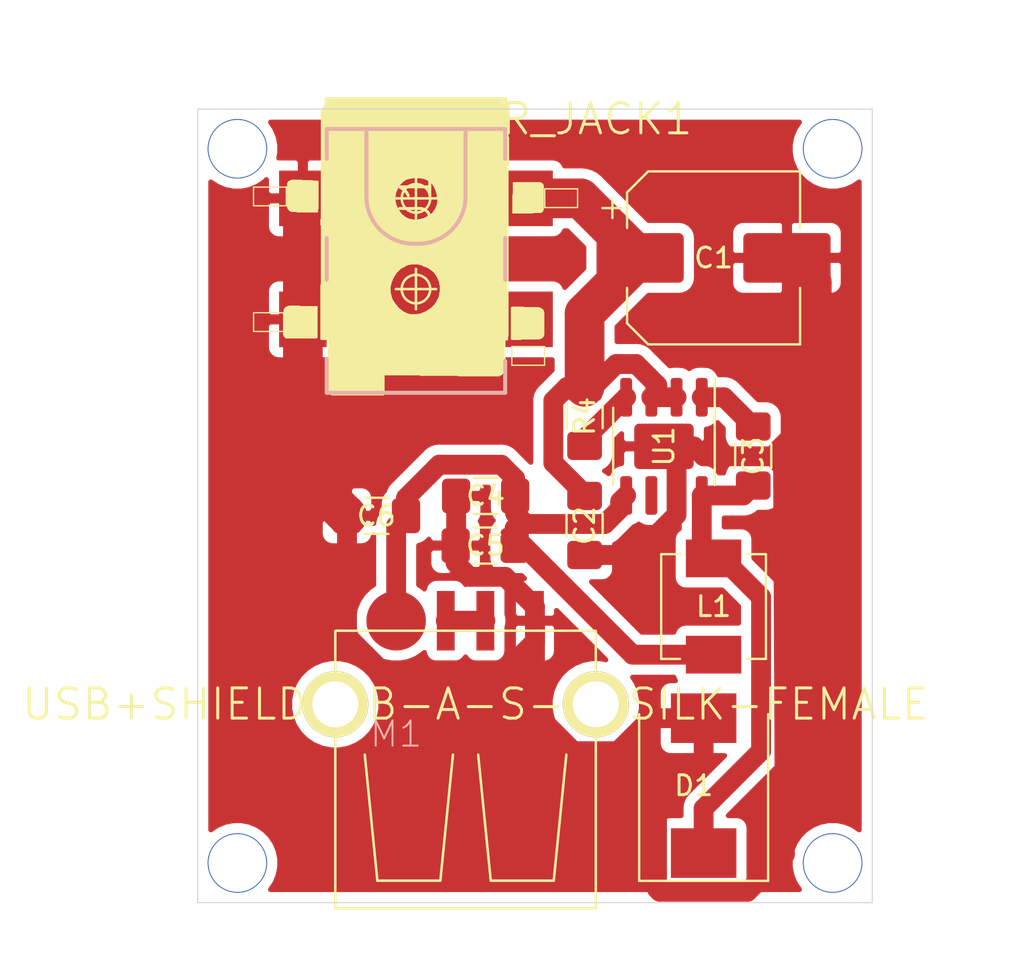
<source format=kicad_pcb>
(kicad_pcb (version 20171130) (host pcbnew 5.1.5+dfsg1-2build2)
  (layers (0 F.Cu signal) (31 B.Cu signal) (34 B.Paste user) (35 F.Paste user) (36 B.SilkS user hide) (37 F.SilkS user) (38 B.Mask user hide) (39 F.Mask user hide) (44 Edge.Cuts user))
  (net 0 "")
  (net 1 GND)
  (net 2 "Net-(C3-Pad2)")
  (net 3 "Net-(C3-Pad1)")
  (net 4 +12V)
  (net 5 5V)
  (net 6 "Net-(R4-Pad1)")
  (module SparkFun-Connectors:USB-A-S-NOSILK-FEMALE (layer F.Cu) (at 148.5 97.5 90)
    (fp_text reference M1 (at -1.5 -3.5) (layer B.SilkS) (effects (font (size 1.27 1.27) (thickness 0.1016))))
    (fp_text value USB+SHIELDUSB-A-S-NOSILK-FEMALE (at 0 0.5 180) (layer F.SilkS) (effects (font (size 1.524 1.524))))
    (pad D+ smd rect (at 4.21132 0.99822 90) (size 2.99974 0.89916) (layers F.Cu F.Paste F.Mask))
    (pad D- smd rect (at 4.21132 -0.99822 90) (size 2.99974 0.89916) (layers F.Cu F.Paste F.Mask))
    (pad GND smd rect (at 4.21132 3.49758 90) (size 2.99974 0.89916) (layers F.Cu F.Paste F.Mask) (net 1 GND))
    (pad S1 thru_hole circle (at 0 6.5659 90) (size 3.3274 3.3274) (drill 2.3114) (layers F&B.Cu F.Paste F.SilkS F.Mask))
    (pad S2 thru_hole circle (at 0 -6.5659 90) (size 3.3274 3.3274) (drill 2.3114) (layers F&B.Cu F.Paste F.SilkS F.Mask))
    (pad VBUS smd circle (at 4.21132 -3.49758 90) (size 2.99974 0.89916) (layers F.Cu F.Paste F.Mask) (net 5 5V))
  )
  (module Capacitor_SMD:CP_Elec_8x10.5 (layer F.Cu) (at 161 75)
    (fp_text reference C1 (at 0 0) (layer F.SilkS))
    (fp_text value 100uF/50V)
    (pad 1 smd roundrect (at -3.7 0) (size 4.4 2.5) (layers F.Cu F.Paste F.Mask) (roundrect_rratio 0.1) (net 4 +12V))
    (pad 2 smd roundrect (at 3.7 0) (size 4.4 2.5) (layers F.Cu F.Paste F.Mask) (roundrect_rratio 0.1) (net 1 GND))
  )
  (module Capacitor_SMD:C_1206_3216Metric_Pad1.42x1.75mm_HandSolder (layer F.Cu) (at 154.5 88.4875 270)
    (fp_text reference C2 (at 0.0125 0 90) (layer F.SilkS))
    (fp_text value 10uF/50V)
    (pad 1 smd roundrect (at -1.4875 0 270) (size 1.425 1.75) (layers F.Cu F.Paste F.Mask) (roundrect_rratio 0.175439) (net 4 +12V))
    (pad 2 smd roundrect (at 1.4875 0 270) (size 1.425 1.75) (layers F.Cu F.Paste F.Mask) (roundrect_rratio 0.175439) (net 1 GND))
  )
  (module Capacitor_SMD:C_1206_3216Metric_Pad1.42x1.75mm_HandSolder (layer F.Cu) (at 163 84.9875 270)
    (fp_text reference C3 (at 0 0 90) (layer F.SilkS))
    (fp_text value 0.1uF/50V)
    (pad 1 smd roundrect (at -1.4875 0 270) (size 1.425 1.75) (layers F.Cu F.Paste F.Mask) (roundrect_rratio 0.175439) (net 3 "Net-(C3-Pad1)"))
    (pad 2 smd roundrect (at 1.4875 0 270) (size 1.425 1.75) (layers F.Cu F.Paste F.Mask) (roundrect_rratio 0.175439) (net 2 "Net-(C3-Pad2)"))
  )
  (module Capacitor_SMD:C_1206_3216Metric_Pad1.42x1.75mm_HandSolder (layer F.Cu) (at 149.5125 87)
    (fp_text reference C4 (at 0 0) (layer F.SilkS))
    (fp_text value 22uF/25V)
    (pad 1 smd roundrect (at -1.4875 0) (size 1.425 1.75) (layers F.Cu F.Paste F.Mask) (roundrect_rratio 0.175439) (net 1 GND))
    (pad 2 smd roundrect (at 1.4875 0) (size 1.425 1.75) (layers F.Cu F.Paste F.Mask) (roundrect_rratio 0.175439) (net 5 5V))
  )
  (module Capacitor_SMD:C_1206_3216Metric_Pad1.42x1.75mm_HandSolder (layer F.Cu) (at 149.4875 89.5)
    (fp_text reference C5 (at 0.0125 0) (layer F.SilkS))
    (fp_text value 22uF/25V)
    (pad 2 smd roundrect (at 1.4875 0) (size 1.425 1.75) (layers F.Cu F.Paste F.Mask) (roundrect_rratio 0.175439) (net 5 5V))
    (pad 1 smd roundrect (at -1.4875 0) (size 1.425 1.75) (layers F.Cu F.Paste F.Mask) (roundrect_rratio 0.175439) (net 1 GND))
  )
  (module Capacitor_SMD:C_1206_3216Metric_Pad1.42x1.75mm_HandSolder (layer F.Cu) (at 144.0125 88)
    (fp_text reference C6 (at -0.0125 0) (layer F.SilkS))
    (fp_text value 1uF/50V)
    (pad 2 smd roundrect (at 1.4875 0) (size 1.425 1.75) (layers F.Cu F.Paste F.Mask) (roundrect_rratio 0.175439) (net 5 5V))
    (pad 1 smd roundrect (at -1.4875 0) (size 1.425 1.75) (layers F.Cu F.Paste F.Mask) (roundrect_rratio 0.175439) (net 1 GND))
  )
  (module Diode_SMD:D_SMC (layer F.Cu) (at 160.5 101.6 90)
    (fp_text reference D1 (at 0 -0.5 180) (layer F.SilkS))
    (fp_text value B330)
    (pad 1 smd rect (at -3.4 0 180) (size 3.3 2.5) (layers F.Cu F.Paste F.Mask) (net 2 "Net-(C3-Pad2)"))
    (pad 2 smd rect (at 3.4 0 180) (size 3.3 2.5) (layers F.Cu F.Paste F.Mask) (net 1 GND))
  )
  (module Inductor_SMD:L_Vishay_IHLP-2020 (layer F.Cu) (at 161 92.5735 270)
    (fp_text reference L1 (at 0 0 180) (layer F.SilkS))
    (fp_text value 6.8uH)
    (pad 1 smd rect (at -2.4265 0 270) (size 1.903 2.79) (layers F.Cu F.Paste F.Mask) (net 2 "Net-(C3-Pad2)"))
    (pad 2 smd rect (at 2.4265 0 270) (size 1.903 2.79) (layers F.Cu F.Paste F.Mask) (net 5 5V))
  )
  (module Resistor_SMD:R_1206_3216Metric_Pad1.42x1.75mm_HandSolder (layer F.Cu) (at 154.5 82.9875 90)
    (fp_text reference R4 (at 0 0 90) (layer F.SilkS))
    (fp_text value 100k)
    (pad 1 smd roundrect (at -1.4875 0 90) (size 1.425 1.75) (layers F.Cu F.Paste F.Mask) (roundrect_rratio 0.175439) (net 6 "Net-(R4-Pad1)"))
    (pad 2 smd roundrect (at 1.4875 0 90) (size 1.425 1.75) (layers F.Cu F.Paste F.Mask) (roundrect_rratio 0.175439) (net 4 +12V))
  )
  (module Package_SO:SOIC-8-1EP_3.9x4.9mm_P1.27mm_EP2.29x3mm (layer F.Cu) (at 158.5 84.5 270)
    (fp_text reference U1 (at 0 0 90) (layer F.SilkS))
    (fp_text value ADP2303ARDZ-5.0)
    (pad 9 smd roundrect (at 0 0 270) (size 2.29 3) (layers F.Cu F.Mask) (roundrect_rratio 0.10917) (net 1 GND))
    (pad 1 smd roundrect (at -2.475 -1.905 270) (size 1.95 0.6) (layers F.Cu F.Paste F.Mask) (net 3 "Net-(C3-Pad1)"))
    (pad 2 smd roundrect (at -2.475 -0.635 270) (size 1.95 0.6) (layers F.Cu F.Paste F.Mask) (net 4 +12V))
    (pad 3 smd roundrect (at -2.475 0.635 270) (size 1.95 0.6) (layers F.Cu F.Paste F.Mask) (net 4 +12V))
    (pad 4 smd roundrect (at -2.475 1.905 270) (size 1.95 0.6) (layers F.Cu F.Paste F.Mask) (net 6 "Net-(R4-Pad1)"))
    (pad 5 smd roundrect (at 2.475 1.905 270) (size 1.95 0.6) (layers F.Cu F.Paste F.Mask) (net 5 5V))
    (pad 6 smd roundrect (at 2.475 0.635 270) (size 1.95 0.6) (layers F.Cu F.Paste F.Mask))
    (pad 7 smd roundrect (at 2.475 -0.635 270) (size 1.95 0.6) (layers F.Cu F.Paste F.Mask) (net 1 GND))
    (pad 8 smd roundrect (at 2.475 -1.905 270) (size 1.95 0.6) (layers F.Cu F.Paste F.Mask) (net 2 "Net-(C3-Pad2)"))
  )
  (module SparkFun-Connectors:POWER_JACK_SMD_OVERPASTE_REDBOARD_0603 (layer F.Cu) (at 146 72 270)
    (fp_text reference J1 (at 0 0 90) (layer F.SilkS) (effects (font (size 1.524 1.524))))
    (fp_text value POWER_JACK1 (at -4 -6 180) (layer F.SilkS) (effects (font (size 1.524 1.524))))
    (pad GND smd rect (at 0 5.69976 270) (size 2.79908 2.39776) (layers F.Cu F.Paste F.Mask) (net 1 GND))
    (pad P$4 smd rect (at 6.09854 5.69976 270) (size 2.79908 2.39776) (layers F.Cu F.Paste F.Mask) (net 1 GND))
    (pad VIN0 smd rect (at 0 -5.69976 270) (size 2.79908 2.39776) (layers F.Cu F.Paste F.Mask) (net 4 +12V))
    (pad VIN1 smd rect (at 6.09854 -5.69976 270) (size 2.79908 2.39776) (layers F.Cu F.Paste F.Mask))
  )
  (gr_line (start 135 107.5) (end 135 67.5) (layer Edge.Cuts) (width 0.05))
  (gr_line (start 167 67.5) (end 135 67.5) (layer Edge.Cuts) (width 0.05))
  (gr_line (start 169 67.5) (end 169 107.5) (layer Edge.Cuts) (width 0.05))
  (gr_line (start 168.5 67.5) (end 167 67.5) (layer Edge.Cuts) (width 0.05))
  (gr_line (start 168.5 67.5) (end 169 67.5) (layer Edge.Cuts) (width 0.05))
  (gr_line (start 168 107.5) (end 169 107.5) (layer Edge.Cuts) (width 0.05))
  (gr_line (start 135 107.5) (end 168 107.5) (layer Edge.Cuts) (width 0.05))
  (segment (start 147.50178 93.28868) (end 149.49822 93.28868) (width 1) (layer F.Cu) (net 0))
  (via (at 167 69.5) (size 3) (drill 2.9) (layers F.Cu B.Cu) (net 0))
  (via (at 137 69.5) (size 3) (drill 2.9) (layers F.Cu B.Cu) (net 0))
  (via (at 167 105.5) (size 3) (drill 2.9) (layers F.Cu B.Cu) (net 0))
  (via (at 137 105.5) (size 3) (drill 2.9) (layers F.Cu B.Cu) (net 0))
  (segment (start 159.135 85.135) (end 158.5 84.5) (width 1) (layer F.Cu) (net 1))
  (segment (start 159.135 86.975) (end 159.135 85.135) (width 1) (layer F.Cu) (net 1))
  (segment (start 157.11 89.975) (end 155.375 89.975) (width 1) (layer F.Cu) (net 1))
  (segment (start 159.135 87.95) (end 157.11 89.975) (width 1) (layer F.Cu) (net 1))
  (segment (start 159.135 86.975) (end 159.135 87.95) (width 1) (layer F.Cu) (net 1))
  (segment (start 148.025 89.475) (end 148 89.5) (width 1) (layer F.Cu) (net 1))
  (segment (start 148.025 87) (end 148.025 89.475) (width 1) (layer F.Cu) (net 1))
  (segment (start 160.5 100.45) (end 160.5 98.2) (width 1) (layer F.Cu) (net 1))
  (segment (start 158.149999 102.800001) (end 160.5 100.45) (width 1) (layer F.Cu) (net 1))
  (segment (start 158.149999 106.810001) (end 158.149999 102.800001) (width 1) (layer F.Cu) (net 1))
  (segment (start 162.710001 106.950001) (end 158.289999 106.950001) (width 1) (layer F.Cu) (net 1))
  (segment (start 164.595009 105.064993) (end 162.710001 106.950001) (width 1) (layer F.Cu) (net 1))
  (segment (start 158.289999 106.950001) (end 158.149999 106.810001) (width 1) (layer F.Cu) (net 1))
  (segment (start 155.375 89.975) (end 154.5 89.975) (width 1) (layer F.Cu) (net 1))
  (segment (start 142.525 88.875) (end 142.525 88) (width 1) (layer F.Cu) (net 1))
  (segment (start 144.24648 95.78855) (end 142.525 94.06707) (width 1) (layer F.Cu) (net 1))
  (segment (start 150.548 95.78855) (end 144.24648 95.78855) (width 1) (layer F.Cu) (net 1))
  (segment (start 151.99758 94.33897) (end 150.548 95.78855) (width 1) (layer F.Cu) (net 1))
  (segment (start 142.525 94.06707) (end 142.525 88.875) (width 1) (layer F.Cu) (net 1))
  (segment (start 151.99758 93.28868) (end 151.99758 94.33897) (width 1) (layer F.Cu) (net 1))
  (segment (start 160.5 85) (end 164.5 85) (width 1) (layer F.Cu) (net 1))
  (segment (start 160 84.5) (end 160.5 85) (width 1) (layer F.Cu) (net 1))
  (segment (start 158.5 84.5) (end 160 84.5) (width 1) (layer F.Cu) (net 1))
  (segment (start 164.5 85) (end 164.595009 105.064993) (width 1) (layer F.Cu) (net 1))
  (segment (start 153.931323 99.863701) (end 151.99758 97.929958) (width 1) (layer F.Cu) (net 1))
  (segment (start 156.186299 99.863701) (end 153.931323 99.863701) (width 1) (layer F.Cu) (net 1))
  (segment (start 157.85 98.2) (end 156.186299 99.863701) (width 1) (layer F.Cu) (net 1))
  (segment (start 151.99758 95.78855) (end 151.99758 93.28868) (width 1) (layer F.Cu) (net 1))
  (segment (start 151.99758 97.929958) (end 151.99758 95.78855) (width 1) (layer F.Cu) (net 1))
  (segment (start 160.5 98.2) (end 157.85 98.2) (width 1) (layer F.Cu) (net 1))
  (segment (start 148 90.375) (end 148 89.5) (width 1) (layer F.Cu) (net 1))
  (segment (start 148.70001 91.07501) (end 148 90.375) (width 1) (layer F.Cu) (net 1))
  (segment (start 150.494002 91.07501) (end 148.70001 91.07501) (width 1) (layer F.Cu) (net 1))
  (segment (start 151.99758 92.578588) (end 150.494002 91.07501) (width 1) (layer F.Cu) (net 1))
  (segment (start 151.99758 93.28868) (end 151.99758 92.578588) (width 1) (layer F.Cu) (net 1))
  (segment (start 140.30024 72) (end 140.30024 78.09854) (width 2) (layer F.Cu) (net 1))
  (segment (start 140.30024 85.77524) (end 142.525 88) (width 2) (layer F.Cu) (net 1))
  (segment (start 140.30024 78.09854) (end 140.30024 85.77524) (width 2) (layer F.Cu) (net 1))
  (segment (start 165.95 83.688126) (end 164.650626 84.9875) (width 2) (layer F.Cu) (net 1))
  (segment (start 165.95 76.25) (end 165.95 83.688126) (width 2) (layer F.Cu) (net 1))
  (segment (start 164.7 75) (end 165.95 76.25) (width 2) (layer F.Cu) (net 1))
  (segment (start 161.4435 90.147) (end 161 90.147) (width 1) (layer F.Cu) (net 2))
  (segment (start 163.395 92.0985) (end 161.4435 90.147) (width 1) (layer F.Cu) (net 2))
  (segment (start 163.395 99.855) (end 163.395 92.0985) (width 1) (layer F.Cu) (net 2))
  (segment (start 160.5 102.75) (end 163.395 99.855) (width 1) (layer F.Cu) (net 2))
  (segment (start 160.5 105) (end 160.5 102.75) (width 1) (layer F.Cu) (net 2))
  (segment (start 162.5 86.975) (end 163 86.475) (width 1) (layer F.Cu) (net 2))
  (segment (start 160.405 86.975) (end 162.5 86.975) (width 1) (layer F.Cu) (net 2))
  (segment (start 160.405 89.552) (end 161 90.147) (width 1) (layer F.Cu) (net 2))
  (segment (start 160.405 86.975) (end 160.405 89.552) (width 1) (layer F.Cu) (net 2))
  (segment (start 161.525 82.025) (end 163 83.5) (width 1) (layer F.Cu) (net 3))
  (segment (start 160.405 82.025) (end 161.525 82.025) (width 1) (layer F.Cu) (net 3))
  (segment (start 153.625 81.5) (end 154.5 81.5) (width 1) (layer F.Cu) (net 4))
  (segment (start 152.92499 82.20001) (end 153.625 81.5) (width 1) (layer F.Cu) (net 4))
  (segment (start 152.92499 85.33101) (end 152.92499 82.20001) (width 1) (layer F.Cu) (net 4))
  (segment (start 154.5 86.90602) (end 152.92499 85.33101) (width 1) (layer F.Cu) (net 4))
  (segment (start 154.5 87) (end 154.5 86.90602) (width 1) (layer F.Cu) (net 4))
  (segment (start 158.165 81.417902) (end 158.165 81.725) (width 1) (layer F.Cu) (net 4))
  (segment (start 157.097088 80.34999) (end 158.165 81.417902) (width 1) (layer F.Cu) (net 4))
  (segment (start 158.165 81.725) (end 157.865 82.025) (width 1) (layer F.Cu) (net 4))
  (segment (start 156.092912 80.34999) (end 157.097088 80.34999) (width 1) (layer F.Cu) (net 4))
  (segment (start 154.942902 81.5) (end 156.092912 80.34999) (width 1) (layer F.Cu) (net 4))
  (segment (start 154.5 81.5) (end 154.942902 81.5) (width 1) (layer F.Cu) (net 4))
  (segment (start 157.865 82.025) (end 159.135 82.025) (width 1) (layer F.Cu) (net 4))
  (segment (start 154.3 72) (end 157.3 75) (width 2) (layer F.Cu) (net 4))
  (segment (start 151.69976 72) (end 154.3 72) (width 2) (layer F.Cu) (net 4))
  (segment (start 154.5 77.8) (end 157.3 75) (width 2) (layer F.Cu) (net 4))
  (segment (start 154.5 81.5) (end 154.5 77.8) (width 2) (layer F.Cu) (net 4))
  (segment (start 151.53751 88.41251) (end 151 87.875) (width 1) (layer F.Cu) (net 5))
  (segment (start 151 87.875) (end 151 87) (width 1) (layer F.Cu) (net 5))
  (segment (start 155.51851 88.41251) (end 151.53751 88.41251) (width 1) (layer F.Cu) (net 5))
  (segment (start 156.295 87.63602) (end 155.51851 88.41251) (width 1) (layer F.Cu) (net 5))
  (segment (start 156.295 87.275) (end 156.295 87.63602) (width 1) (layer F.Cu) (net 5))
  (segment (start 156.595 86.975) (end 156.295 87.275) (width 1) (layer F.Cu) (net 5))
  (segment (start 151.18749 88.41251) (end 151.53751 88.41251) (width 1) (layer F.Cu) (net 5))
  (segment (start 150.975 88.625) (end 151.18749 88.41251) (width 1) (layer F.Cu) (net 5))
  (segment (start 150.975 89.5) (end 150.975 88.625) (width 1) (layer F.Cu) (net 5))
  (segment (start 151 86.125) (end 151 87) (width 1) (layer F.Cu) (net 5))
  (segment (start 150.29999 85.42499) (end 151 86.125) (width 1) (layer F.Cu) (net 5))
  (segment (start 147.16899 85.42499) (end 150.29999 85.42499) (width 1) (layer F.Cu) (net 5))
  (segment (start 145.5 87.09398) (end 147.16899 85.42499) (width 1) (layer F.Cu) (net 5))
  (segment (start 145.5 88) (end 145.5 87.09398) (width 1) (layer F.Cu) (net 5))
  (segment (start 145.00242 88.49758) (end 145.5 88) (width 1) (layer F.Cu) (net 5))
  (segment (start 145.00242 93.28868) (end 145.00242 88.49758) (width 1) (layer F.Cu) (net 5))
  (segment (start 158.605 95) (end 161 95) (width 1) (layer F.Cu) (net 5))
  (segment (start 156.918352 95) (end 158.605 95) (width 1) (layer F.Cu) (net 5))
  (segment (start 151.418352 89.5) (end 156.918352 95) (width 1) (layer F.Cu) (net 5))
  (segment (start 150.975 89.5) (end 151.418352 89.5) (width 1) (layer F.Cu) (net 5))
  (segment (start 154.5 84.12) (end 156.595 82.025) (width 1) (layer F.Cu) (net 6))
  (segment (start 154.5 84.475) (end 154.5 84.12) (width 1) (layer F.Cu) (net 6))
  (zone (net 1) (net_name GND) (layer F.Cu) (connect_pads (clearance 0.508)) (min_thickness 0.254) (fill yes (arc_segments 32) (thermal_gap 0.508) (thermal_bridge_width 0.508))
    (polygon (pts (xy 169 107.5) (xy 135 107.5) (xy 135 67.5) (xy 169 67.5)))
  )
)
</source>
